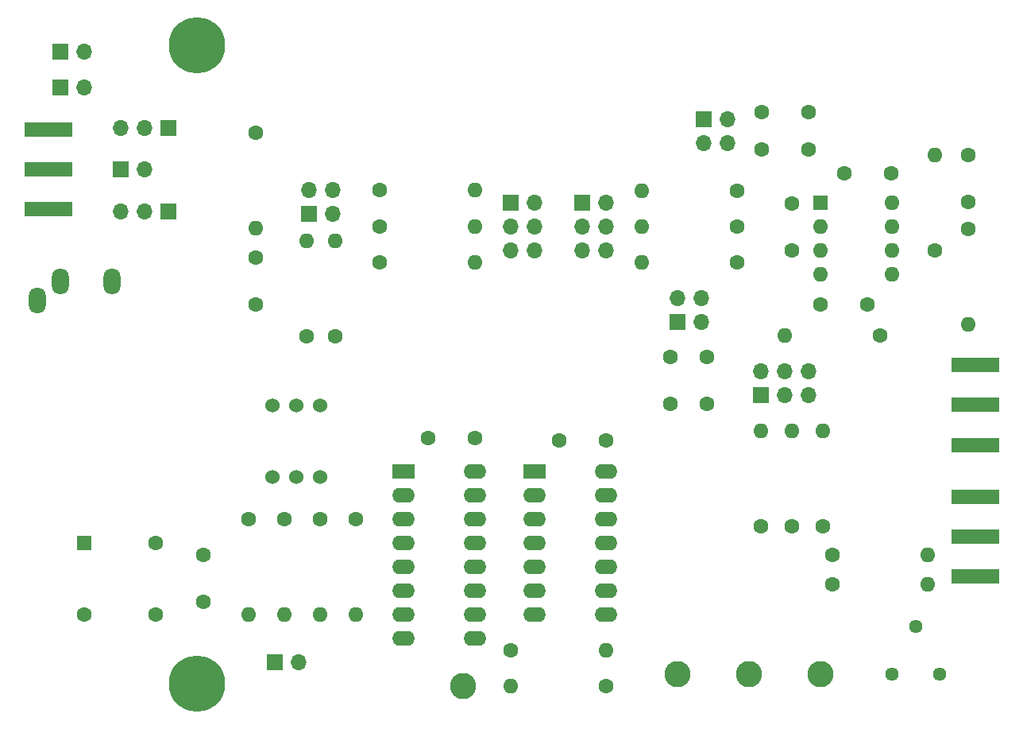
<source format=gts>
G04 #@! TF.GenerationSoftware,KiCad,Pcbnew,8.0.2*
G04 #@! TF.CreationDate,2024-09-17T18:27:48+03:00*
G04 #@! TF.ProjectId,ad4080_evb_experimenter,61643430-3830-45f6-9576-625f65787065,rev?*
G04 #@! TF.SameCoordinates,Original*
G04 #@! TF.FileFunction,Soldermask,Top*
G04 #@! TF.FilePolarity,Negative*
%FSLAX46Y46*%
G04 Gerber Fmt 4.6, Leading zero omitted, Abs format (unit mm)*
G04 Created by KiCad (PCBNEW 8.0.2) date 2024-09-17 18:27:48*
%MOMM*%
%LPD*%
G01*
G04 APERTURE LIST*
%ADD10C,6.000000*%
%ADD11C,2.800000*%
%ADD12C,1.600000*%
%ADD13O,1.600000X1.600000*%
%ADD14R,5.080000X1.500000*%
%ADD15O,1.800000X2.800000*%
%ADD16R,1.700000X1.700000*%
%ADD17O,1.700000X1.700000*%
%ADD18R,2.400000X1.600000*%
%ADD19O,2.400000X1.600000*%
%ADD20R,1.600000X1.600000*%
%ADD21C,1.524000*%
%ADD22C,1.440000*%
G04 APERTURE END LIST*
D10*
X47879000Y-117856000D03*
X47879000Y-49911000D03*
D11*
X99060000Y-116840000D03*
X114300000Y-116840000D03*
X106680000Y-116840000D03*
D12*
X105410000Y-73024999D03*
D13*
X95250000Y-73024999D03*
D14*
X130800000Y-102200000D03*
X130800000Y-97950000D03*
X130800000Y-106450000D03*
D12*
X105410000Y-69214997D03*
D13*
X95250000Y-69214997D03*
D12*
X81280000Y-114300000D03*
D13*
X91440000Y-114300000D03*
D12*
X115570000Y-107315000D03*
D13*
X125730000Y-107315000D03*
D15*
X38771000Y-75062000D03*
X30871000Y-77062000D03*
X33271000Y-75062000D03*
D12*
X77470000Y-91694000D03*
X72470000Y-91694000D03*
D11*
X76200000Y-118110000D03*
D12*
X59562997Y-80899002D03*
D13*
X59562997Y-70739002D03*
D12*
X126492000Y-71754999D03*
D13*
X126492000Y-61594999D03*
D12*
X130048000Y-66595999D03*
X130048000Y-61595999D03*
D16*
X99055000Y-79379999D03*
D17*
X99055000Y-76839999D03*
X101595000Y-79379999D03*
X101595000Y-76839999D03*
D12*
X111252000Y-101092000D03*
D13*
X111252000Y-90932000D03*
D12*
X119300000Y-77470000D03*
X114300000Y-77470000D03*
D14*
X32004000Y-63119000D03*
X32004000Y-67369000D03*
X32004000Y-58869000D03*
D12*
X67310000Y-65278000D03*
D13*
X77470000Y-65278000D03*
D12*
X53355000Y-100315001D03*
D13*
X53355000Y-110475001D03*
D12*
X105410000Y-65404997D03*
D13*
X95250000Y-65404997D03*
D12*
X111252000Y-71755000D03*
X111252000Y-66755000D03*
X62611000Y-80899000D03*
D13*
X62611000Y-70739000D03*
D12*
X91440000Y-91948000D03*
X86440000Y-91948000D03*
X102235000Y-88058000D03*
X102235000Y-83058000D03*
X54102000Y-59182000D03*
D13*
X54102000Y-69342000D03*
D12*
X121880000Y-63500000D03*
X116880000Y-63500000D03*
X60960000Y-100330000D03*
D13*
X60960000Y-110490000D03*
D16*
X56129000Y-115570000D03*
D17*
X58669000Y-115570000D03*
D12*
X115570000Y-104140000D03*
D13*
X125730000Y-104140000D03*
D12*
X114554000Y-101092000D03*
D13*
X114554000Y-90932000D03*
D16*
X88895000Y-66689997D03*
D17*
X91435000Y-66689997D03*
X88895000Y-69229997D03*
X91435000Y-69229997D03*
X88895000Y-71769997D03*
X91435000Y-71769997D03*
D12*
X108077000Y-57023000D03*
X113077000Y-57023000D03*
D16*
X33274000Y-54384500D03*
D17*
X35814000Y-54384500D03*
D18*
X83810000Y-95250000D03*
D19*
X83810000Y-97790000D03*
X83810000Y-100330000D03*
X83810000Y-102870000D03*
X83810000Y-105410000D03*
X83810000Y-107950000D03*
X83810000Y-110490000D03*
X91430000Y-110490000D03*
X91430000Y-107950000D03*
X91430000Y-105410000D03*
X91430000Y-102870000D03*
X91430000Y-100330000D03*
X91430000Y-97790000D03*
X91430000Y-95250000D03*
D16*
X33274000Y-50546000D03*
D17*
X35814000Y-50546000D03*
D12*
X57150000Y-100330000D03*
D13*
X57150000Y-110490000D03*
D12*
X67310000Y-73024997D03*
D13*
X77470000Y-73024997D03*
D16*
X101854000Y-57784999D03*
D17*
X104394000Y-57784999D03*
X101854000Y-60324999D03*
X104394000Y-60324999D03*
D16*
X107950000Y-87148436D03*
D17*
X107950000Y-84608436D03*
X110490000Y-87148436D03*
X110490000Y-84608436D03*
X113030000Y-87148436D03*
X113030000Y-84608436D03*
D12*
X91440000Y-118110000D03*
D13*
X81280000Y-118110000D03*
D12*
X108077000Y-60960001D03*
X113077000Y-60960001D03*
D20*
X35814000Y-102870000D03*
D12*
X35814000Y-110490000D03*
X43434000Y-110490000D03*
X43434000Y-102870000D03*
D21*
X60960000Y-88265000D03*
X55880000Y-95885000D03*
X55880000Y-88265000D03*
X60960000Y-95885000D03*
X58420000Y-88265000D03*
X58420000Y-95885000D03*
D12*
X54102000Y-72517000D03*
X54102000Y-77517000D03*
D16*
X44802499Y-58674000D03*
D17*
X42262499Y-58674000D03*
X39722499Y-58674000D03*
D16*
X44802500Y-67564000D03*
D17*
X42262500Y-67564000D03*
X39722500Y-67564000D03*
D20*
X114300000Y-66674999D03*
D13*
X114300000Y-69214999D03*
X114300000Y-71754999D03*
X114300000Y-74294999D03*
X121920000Y-74294999D03*
X121920000Y-71754999D03*
X121920000Y-69214999D03*
X121920000Y-66674999D03*
D16*
X39722501Y-63119000D03*
D17*
X42262501Y-63119000D03*
D12*
X98298000Y-88058000D03*
X98298000Y-83058000D03*
X48514000Y-104140000D03*
X48514000Y-109140000D03*
D14*
X130800000Y-88200000D03*
X130800000Y-83950000D03*
X130800000Y-92450000D03*
D12*
X130048000Y-69469000D03*
D13*
X130048000Y-79629000D03*
D12*
X120650000Y-80772000D03*
D13*
X110490000Y-80772000D03*
D16*
X59816998Y-67818002D03*
D17*
X59816998Y-65278002D03*
X62356998Y-67818002D03*
X62356998Y-65278002D03*
D22*
X126999999Y-116840000D03*
X124459999Y-111760000D03*
X121919999Y-116840000D03*
D12*
X64785000Y-100315001D03*
D13*
X64785000Y-110475001D03*
D16*
X81280000Y-66674997D03*
D17*
X83820000Y-66674997D03*
X81280000Y-69214997D03*
X83820000Y-69214997D03*
X81280000Y-71754997D03*
X83820000Y-71754997D03*
D18*
X69850000Y-95250000D03*
D19*
X69850000Y-97790000D03*
X69850000Y-100330000D03*
X69850000Y-102870000D03*
X69850000Y-105410000D03*
X69850000Y-107950000D03*
X69850000Y-110490000D03*
X69850000Y-113030000D03*
X77470000Y-113030000D03*
X77470000Y-110490000D03*
X77470000Y-107950000D03*
X77470000Y-105410000D03*
X77470000Y-102870000D03*
X77470000Y-100330000D03*
X77470000Y-97790000D03*
X77470000Y-95250000D03*
D12*
X67310000Y-69214997D03*
D13*
X77470000Y-69214997D03*
D12*
X107950001Y-101091999D03*
D13*
X107950001Y-90931999D03*
M02*

</source>
